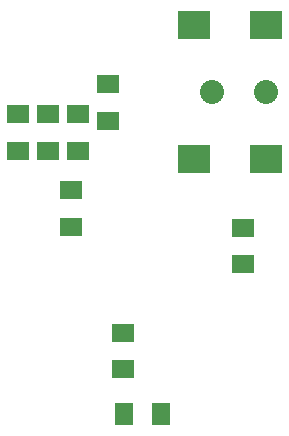
<source format=gtp>
G04 MADE WITH FRITZING*
G04 WWW.FRITZING.ORG*
G04 DOUBLE SIDED*
G04 HOLES PLATED*
G04 CONTOUR ON CENTER OF CONTOUR VECTOR*
%ASAXBY*%
%FSLAX23Y23*%
%MOIN*%
%OFA0B0*%
%SFA1.0B1.0*%
%ADD10C,0.080000*%
%ADD11R,0.062992X0.074803*%
%ADD12R,0.074803X0.062992*%
%ADD13R,0.110236X0.094488*%
%LNPASTEMASK1*%
G90*
G70*
G54D10*
X900Y1143D03*
X720Y1143D03*
X900Y1143D03*
X720Y1143D03*
G54D11*
X550Y68D03*
X428Y68D03*
G54D12*
X825Y568D03*
X825Y690D03*
X275Y946D03*
X275Y1068D03*
X250Y693D03*
X250Y815D03*
X175Y1068D03*
X175Y945D03*
X75Y1068D03*
X75Y945D03*
G54D13*
X900Y918D03*
X900Y1367D03*
X660Y918D03*
X660Y1367D03*
G54D12*
X425Y218D03*
X425Y340D03*
X375Y1168D03*
X375Y1045D03*
G04 End of PasteMask1*
M02*
</source>
